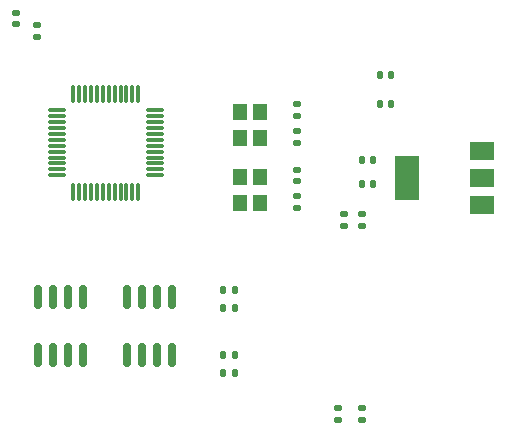
<source format=gtp>
%TF.GenerationSoftware,KiCad,Pcbnew,(5.99.0-12896-g1860893d63)*%
%TF.CreationDate,2021-10-23T11:38:25+08:00*%
%TF.ProjectId,GD32_SPINE,47443332-5f53-4504-994e-452e6b696361,rev?*%
%TF.SameCoordinates,Original*%
%TF.FileFunction,Paste,Top*%
%TF.FilePolarity,Positive*%
%FSLAX46Y46*%
G04 Gerber Fmt 4.6, Leading zero omitted, Abs format (unit mm)*
G04 Created by KiCad (PCBNEW (5.99.0-12896-g1860893d63)) date 2021-10-23 11:38:25*
%MOMM*%
%LPD*%
G01*
G04 APERTURE LIST*
G04 Aperture macros list*
%AMRoundRect*
0 Rectangle with rounded corners*
0 $1 Rounding radius*
0 $2 $3 $4 $5 $6 $7 $8 $9 X,Y pos of 4 corners*
0 Add a 4 corners polygon primitive as box body*
4,1,4,$2,$3,$4,$5,$6,$7,$8,$9,$2,$3,0*
0 Add four circle primitives for the rounded corners*
1,1,$1+$1,$2,$3*
1,1,$1+$1,$4,$5*
1,1,$1+$1,$6,$7*
1,1,$1+$1,$8,$9*
0 Add four rect primitives between the rounded corners*
20,1,$1+$1,$2,$3,$4,$5,0*
20,1,$1+$1,$4,$5,$6,$7,0*
20,1,$1+$1,$6,$7,$8,$9,0*
20,1,$1+$1,$8,$9,$2,$3,0*%
G04 Aperture macros list end*
%ADD10RoundRect,0.135000X-0.185000X0.135000X-0.185000X-0.135000X0.185000X-0.135000X0.185000X0.135000X0*%
%ADD11RoundRect,0.140000X-0.170000X0.140000X-0.170000X-0.140000X0.170000X-0.140000X0.170000X0.140000X0*%
%ADD12RoundRect,0.135000X0.185000X-0.135000X0.185000X0.135000X-0.185000X0.135000X-0.185000X-0.135000X0*%
%ADD13RoundRect,0.140000X0.140000X0.170000X-0.140000X0.170000X-0.140000X-0.170000X0.140000X-0.170000X0*%
%ADD14RoundRect,0.150000X-0.150000X0.825000X-0.150000X-0.825000X0.150000X-0.825000X0.150000X0.825000X0*%
%ADD15RoundRect,0.135000X0.135000X0.185000X-0.135000X0.185000X-0.135000X-0.185000X0.135000X-0.185000X0*%
%ADD16R,1.200000X1.400000*%
%ADD17R,2.000000X1.500000*%
%ADD18R,2.000000X3.800000*%
%ADD19RoundRect,0.075000X0.662500X0.075000X-0.662500X0.075000X-0.662500X-0.075000X0.662500X-0.075000X0*%
%ADD20RoundRect,0.075000X0.075000X0.662500X-0.075000X0.662500X-0.075000X-0.662500X0.075000X-0.662500X0*%
%ADD21RoundRect,0.140000X0.170000X-0.140000X0.170000X0.140000X-0.170000X0.140000X-0.170000X-0.140000X0*%
G04 APERTURE END LIST*
D10*
%TO.C,R5*%
X137500000Y-80490000D03*
X137500000Y-81510000D03*
%TD*%
D11*
%TO.C,C1*%
X132000000Y-73520000D03*
X132000000Y-74480000D03*
%TD*%
D10*
%TO.C,R3*%
X136000000Y-80490000D03*
X136000000Y-81510000D03*
%TD*%
D12*
%TO.C,R7*%
X110000000Y-65510000D03*
X110000000Y-64490000D03*
%TD*%
D13*
%TO.C,C6*%
X139980000Y-71250000D03*
X139020000Y-71250000D03*
%TD*%
%TO.C,C5*%
X139980000Y-68750000D03*
X139020000Y-68750000D03*
%TD*%
D12*
%TO.C,R4*%
X135500000Y-98010000D03*
X135500000Y-96990000D03*
%TD*%
D11*
%TO.C,C9*%
X108200000Y-63520000D03*
X108200000Y-64480000D03*
%TD*%
D14*
%TO.C,U3*%
X121405000Y-87525000D03*
X120135000Y-87525000D03*
X118865000Y-87525000D03*
X117595000Y-87525000D03*
X117595000Y-92475000D03*
X118865000Y-92475000D03*
X120135000Y-92475000D03*
X121405000Y-92475000D03*
%TD*%
D11*
%TO.C,C3*%
X132000000Y-79020000D03*
X132000000Y-79980000D03*
%TD*%
D15*
%TO.C,R9*%
X126760000Y-94000000D03*
X125740000Y-94000000D03*
%TD*%
D14*
%TO.C,U4*%
X113905000Y-87525000D03*
X112635000Y-87525000D03*
X111365000Y-87525000D03*
X110095000Y-87525000D03*
X110095000Y-92475000D03*
X111365000Y-92475000D03*
X112635000Y-92475000D03*
X113905000Y-92475000D03*
%TD*%
D16*
%TO.C,Y1*%
X127150000Y-71900000D03*
X127150000Y-74100000D03*
X128850000Y-74100000D03*
X128850000Y-71900000D03*
%TD*%
D15*
%TO.C,R1*%
X126760000Y-87000000D03*
X125740000Y-87000000D03*
%TD*%
D17*
%TO.C,U2*%
X147650000Y-79800000D03*
D18*
X141350000Y-77500000D03*
D17*
X147650000Y-77500000D03*
X147650000Y-75200000D03*
%TD*%
D13*
%TO.C,C8*%
X138480000Y-76000000D03*
X137520000Y-76000000D03*
%TD*%
%TO.C,C7*%
X138480000Y-78000000D03*
X137520000Y-78000000D03*
%TD*%
D19*
%TO.C,U1*%
X119986500Y-77250000D03*
X119986500Y-76750000D03*
X119986500Y-76250000D03*
X119986500Y-75750000D03*
X119986500Y-75250000D03*
X119986500Y-74750000D03*
X119986500Y-74250000D03*
X119986500Y-73750000D03*
X119986500Y-73250000D03*
X119986500Y-72750000D03*
X119986500Y-72250000D03*
X119986500Y-71750000D03*
D20*
X118574000Y-70337500D03*
X118074000Y-70337500D03*
X117574000Y-70337500D03*
X117074000Y-70337500D03*
X116574000Y-70337500D03*
X116074000Y-70337500D03*
X115574000Y-70337500D03*
X115074000Y-70337500D03*
X114574000Y-70337500D03*
X114074000Y-70337500D03*
X113574000Y-70337500D03*
X113074000Y-70337500D03*
D19*
X111661500Y-71750000D03*
X111661500Y-72250000D03*
X111661500Y-72750000D03*
X111661500Y-73250000D03*
X111661500Y-73750000D03*
X111661500Y-74250000D03*
X111661500Y-74750000D03*
X111661500Y-75250000D03*
X111661500Y-75750000D03*
X111661500Y-76250000D03*
X111661500Y-76750000D03*
X111661500Y-77250000D03*
D20*
X113074000Y-78662500D03*
X113574000Y-78662500D03*
X114074000Y-78662500D03*
X114574000Y-78662500D03*
X115074000Y-78662500D03*
X115574000Y-78662500D03*
X116074000Y-78662500D03*
X116574000Y-78662500D03*
X117074000Y-78662500D03*
X117574000Y-78662500D03*
X118074000Y-78662500D03*
X118574000Y-78662500D03*
%TD*%
D21*
%TO.C,C4*%
X132000000Y-77730000D03*
X132000000Y-76770000D03*
%TD*%
D12*
%TO.C,R6*%
X137500000Y-98010000D03*
X137500000Y-96990000D03*
%TD*%
D16*
%TO.C,Y2*%
X127150000Y-77400000D03*
X127150000Y-79600000D03*
X128850000Y-79600000D03*
X128850000Y-77400000D03*
%TD*%
D21*
%TO.C,C2*%
X132000000Y-72210000D03*
X132000000Y-71250000D03*
%TD*%
D15*
%TO.C,R2*%
X126760000Y-88500000D03*
X125740000Y-88500000D03*
%TD*%
%TO.C,R8*%
X126760000Y-92500000D03*
X125740000Y-92500000D03*
%TD*%
M02*

</source>
